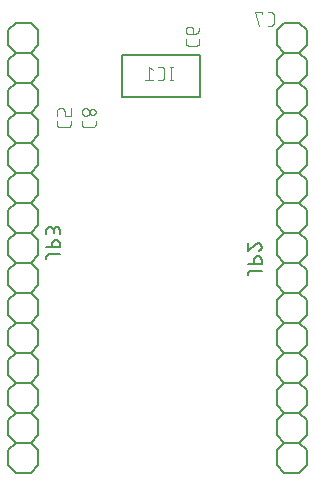
<source format=gbr>
G04 EAGLE Gerber X2 export*
%TF.Part,Single*%
%TF.FileFunction,Legend,Bot,1*%
%TF.FilePolarity,Positive*%
%TF.GenerationSoftware,Autodesk,EAGLE,9.6.2*%
%TF.CreationDate,2022-05-08T12:24:25Z*%
G75*
%MOMM*%
%FSLAX46Y46*%
%LPD*%
%INSilkscreen Bottom*%
%AMOC8*
5,1,8,0,0,1.08239X$1,22.5*%
G01*
%ADD10C,0.101600*%
%ADD11C,0.203200*%
%ADD12C,0.152400*%
%ADD13C,0.127000*%


D10*
X4688200Y33516259D02*
X4688200Y33256616D01*
X4688276Y33250342D01*
X4688503Y33244072D01*
X4688882Y33237809D01*
X4689412Y33231557D01*
X4690093Y33225319D01*
X4690925Y33219100D01*
X4691906Y33212903D01*
X4693037Y33206731D01*
X4694317Y33200589D01*
X4695745Y33194479D01*
X4697320Y33188406D01*
X4699041Y33182372D01*
X4700908Y33176382D01*
X4702919Y33170438D01*
X4705073Y33164545D01*
X4707368Y33158706D01*
X4709804Y33152923D01*
X4712380Y33147202D01*
X4715092Y33141544D01*
X4717941Y33135953D01*
X4720923Y33130433D01*
X4724039Y33124987D01*
X4727285Y33119617D01*
X4730660Y33114328D01*
X4734161Y33109121D01*
X4737788Y33104001D01*
X4741537Y33098970D01*
X4745406Y33094031D01*
X4749394Y33089187D01*
X4753498Y33084440D01*
X4757715Y33079794D01*
X4762043Y33075252D01*
X4766480Y33070815D01*
X4771022Y33066487D01*
X4775668Y33062270D01*
X4780415Y33058166D01*
X4785259Y33054178D01*
X4790198Y33050309D01*
X4795229Y33046560D01*
X4800349Y33042933D01*
X4805556Y33039432D01*
X4810845Y33036057D01*
X4816215Y33032811D01*
X4821661Y33029695D01*
X4827181Y33026713D01*
X4832772Y33023864D01*
X4838430Y33021152D01*
X4844151Y33018576D01*
X4849934Y33016140D01*
X4855773Y33013845D01*
X4861666Y33011691D01*
X4867610Y33009680D01*
X4873600Y33007813D01*
X4879634Y33006092D01*
X4885707Y33004517D01*
X4891817Y33003089D01*
X4897959Y33001809D01*
X4904131Y33000678D01*
X4910328Y32999697D01*
X4916547Y32998865D01*
X4922785Y32998184D01*
X4929037Y32997654D01*
X4935300Y32997275D01*
X4941570Y32997048D01*
X4947844Y32996972D01*
X5596953Y32996972D01*
X5603325Y32997050D01*
X5609693Y32997285D01*
X5616054Y32997676D01*
X5622403Y32998222D01*
X5628736Y32998925D01*
X5635051Y32999782D01*
X5641342Y33000795D01*
X5647607Y33001961D01*
X5653842Y33003281D01*
X5660042Y33004753D01*
X5666204Y33006377D01*
X5672324Y33008152D01*
X5678399Y33010077D01*
X5684425Y33012150D01*
X5690398Y33014370D01*
X5696315Y33016736D01*
X5702172Y33019247D01*
X5707966Y33021901D01*
X5713692Y33024696D01*
X5719349Y33027630D01*
X5724932Y33030703D01*
X5730437Y33033912D01*
X5735863Y33037255D01*
X5741204Y33040730D01*
X5746459Y33044335D01*
X5751624Y33048068D01*
X5756695Y33051926D01*
X5761670Y33055908D01*
X5766546Y33060011D01*
X5771320Y33064232D01*
X5775989Y33068569D01*
X5780550Y33073020D01*
X5785000Y33077581D01*
X5789338Y33082250D01*
X5793559Y33087023D01*
X5797662Y33091899D01*
X5801644Y33096875D01*
X5805502Y33101946D01*
X5809235Y33107111D01*
X5812841Y33112365D01*
X5816316Y33117707D01*
X5819659Y33123132D01*
X5822867Y33128638D01*
X5825940Y33134220D01*
X5828875Y33139877D01*
X5831670Y33145604D01*
X5834324Y33151397D01*
X5836835Y33157254D01*
X5839201Y33163171D01*
X5841421Y33169144D01*
X5843494Y33175170D01*
X5845419Y33181245D01*
X5847194Y33187365D01*
X5848818Y33193527D01*
X5850291Y33199727D01*
X5851610Y33205962D01*
X5852777Y33212227D01*
X5853789Y33218518D01*
X5854647Y33224833D01*
X5855349Y33231166D01*
X5855896Y33237515D01*
X5856287Y33243876D01*
X5856522Y33250244D01*
X5856600Y33256616D01*
X5856600Y33516259D01*
X4688200Y33952791D02*
X4688200Y34342256D01*
X4688276Y34348530D01*
X4688503Y34354800D01*
X4688882Y34361063D01*
X4689412Y34367315D01*
X4690093Y34373553D01*
X4690925Y34379772D01*
X4691906Y34385969D01*
X4693037Y34392141D01*
X4694317Y34398283D01*
X4695745Y34404393D01*
X4697320Y34410466D01*
X4699041Y34416500D01*
X4700908Y34422490D01*
X4702919Y34428434D01*
X4705073Y34434327D01*
X4707368Y34440166D01*
X4709804Y34445949D01*
X4712380Y34451670D01*
X4715092Y34457328D01*
X4717941Y34462919D01*
X4720923Y34468439D01*
X4724039Y34473885D01*
X4727285Y34479255D01*
X4730660Y34484544D01*
X4734161Y34489751D01*
X4737788Y34494871D01*
X4741537Y34499902D01*
X4745406Y34504841D01*
X4749394Y34509685D01*
X4753498Y34514432D01*
X4757715Y34519078D01*
X4762043Y34523620D01*
X4766480Y34528057D01*
X4771022Y34532385D01*
X4775668Y34536602D01*
X4780415Y34540706D01*
X4785259Y34544694D01*
X4790198Y34548563D01*
X4795229Y34552312D01*
X4800349Y34555939D01*
X4805556Y34559440D01*
X4810845Y34562815D01*
X4816215Y34566061D01*
X4821661Y34569177D01*
X4827181Y34572159D01*
X4832772Y34575008D01*
X4838430Y34577720D01*
X4844151Y34580296D01*
X4849934Y34582732D01*
X4855773Y34585027D01*
X4861666Y34587181D01*
X4867610Y34589192D01*
X4873600Y34591059D01*
X4879634Y34592780D01*
X4885707Y34594355D01*
X4891817Y34595783D01*
X4897959Y34597063D01*
X4904131Y34598194D01*
X4910328Y34599175D01*
X4916547Y34600007D01*
X4922785Y34600688D01*
X4929037Y34601218D01*
X4935300Y34601597D01*
X4941570Y34601824D01*
X4947844Y34601900D01*
X5077666Y34601900D01*
X5083940Y34601824D01*
X5090210Y34601597D01*
X5096473Y34601218D01*
X5102725Y34600688D01*
X5108963Y34600007D01*
X5115182Y34599175D01*
X5121379Y34598194D01*
X5127551Y34597063D01*
X5133693Y34595783D01*
X5139803Y34594355D01*
X5145876Y34592780D01*
X5151910Y34591059D01*
X5157900Y34589192D01*
X5163844Y34587181D01*
X5169737Y34585027D01*
X5175576Y34582732D01*
X5181359Y34580296D01*
X5187080Y34577720D01*
X5192738Y34575008D01*
X5198329Y34572159D01*
X5203849Y34569177D01*
X5209295Y34566061D01*
X5214665Y34562815D01*
X5219954Y34559440D01*
X5225161Y34555939D01*
X5230281Y34552312D01*
X5235312Y34548563D01*
X5240251Y34544694D01*
X5245095Y34540706D01*
X5249842Y34536602D01*
X5254488Y34532385D01*
X5259030Y34528057D01*
X5263467Y34523620D01*
X5267795Y34519078D01*
X5272012Y34514432D01*
X5276116Y34509685D01*
X5280104Y34504841D01*
X5283973Y34499902D01*
X5287722Y34494871D01*
X5291349Y34489751D01*
X5294850Y34484544D01*
X5298225Y34479255D01*
X5301471Y34473885D01*
X5304587Y34468439D01*
X5307569Y34462919D01*
X5310418Y34457328D01*
X5313130Y34451670D01*
X5315706Y34445949D01*
X5318142Y34440166D01*
X5320437Y34434327D01*
X5322591Y34428434D01*
X5324602Y34422490D01*
X5326469Y34416500D01*
X5328190Y34410466D01*
X5329765Y34404393D01*
X5331193Y34398283D01*
X5332473Y34392141D01*
X5333604Y34385969D01*
X5334585Y34379772D01*
X5335417Y34373553D01*
X5336098Y34367315D01*
X5336628Y34361063D01*
X5337007Y34354800D01*
X5337234Y34348530D01*
X5337310Y34342256D01*
X5337309Y34342256D02*
X5337309Y33952791D01*
X5856600Y33952791D01*
X5856600Y34601900D01*
X15578200Y40166616D02*
X15578200Y40426259D01*
X15578200Y40166616D02*
X15578276Y40160342D01*
X15578503Y40154072D01*
X15578882Y40147809D01*
X15579412Y40141557D01*
X15580093Y40135319D01*
X15580925Y40129100D01*
X15581906Y40122903D01*
X15583037Y40116731D01*
X15584317Y40110589D01*
X15585745Y40104479D01*
X15587320Y40098406D01*
X15589041Y40092372D01*
X15590908Y40086382D01*
X15592919Y40080438D01*
X15595073Y40074545D01*
X15597368Y40068706D01*
X15599804Y40062923D01*
X15602380Y40057202D01*
X15605092Y40051544D01*
X15607941Y40045953D01*
X15610923Y40040433D01*
X15614039Y40034987D01*
X15617285Y40029617D01*
X15620660Y40024328D01*
X15624161Y40019121D01*
X15627788Y40014001D01*
X15631537Y40008970D01*
X15635406Y40004031D01*
X15639394Y39999187D01*
X15643498Y39994440D01*
X15647715Y39989794D01*
X15652043Y39985252D01*
X15656480Y39980815D01*
X15661022Y39976487D01*
X15665668Y39972270D01*
X15670415Y39968166D01*
X15675259Y39964178D01*
X15680198Y39960309D01*
X15685229Y39956560D01*
X15690349Y39952933D01*
X15695556Y39949432D01*
X15700845Y39946057D01*
X15706215Y39942811D01*
X15711661Y39939695D01*
X15717181Y39936713D01*
X15722772Y39933864D01*
X15728430Y39931152D01*
X15734151Y39928576D01*
X15739934Y39926140D01*
X15745773Y39923845D01*
X15751666Y39921691D01*
X15757610Y39919680D01*
X15763600Y39917813D01*
X15769634Y39916092D01*
X15775707Y39914517D01*
X15781817Y39913089D01*
X15787959Y39911809D01*
X15794131Y39910678D01*
X15800328Y39909697D01*
X15806547Y39908865D01*
X15812785Y39908184D01*
X15819037Y39907654D01*
X15825300Y39907275D01*
X15831570Y39907048D01*
X15837844Y39906972D01*
X16486953Y39906972D01*
X16493325Y39907050D01*
X16499693Y39907285D01*
X16506054Y39907676D01*
X16512403Y39908222D01*
X16518736Y39908925D01*
X16525051Y39909782D01*
X16531342Y39910795D01*
X16537607Y39911961D01*
X16543842Y39913281D01*
X16550042Y39914753D01*
X16556204Y39916377D01*
X16562324Y39918152D01*
X16568399Y39920077D01*
X16574425Y39922150D01*
X16580398Y39924370D01*
X16586315Y39926736D01*
X16592172Y39929247D01*
X16597966Y39931901D01*
X16603692Y39934696D01*
X16609349Y39937630D01*
X16614932Y39940703D01*
X16620437Y39943912D01*
X16625863Y39947255D01*
X16631204Y39950730D01*
X16636459Y39954335D01*
X16641624Y39958068D01*
X16646695Y39961926D01*
X16651670Y39965908D01*
X16656546Y39970011D01*
X16661320Y39974232D01*
X16665989Y39978569D01*
X16670550Y39983020D01*
X16675000Y39987581D01*
X16679338Y39992250D01*
X16683559Y39997023D01*
X16687662Y40001899D01*
X16691644Y40006875D01*
X16695502Y40011946D01*
X16699235Y40017111D01*
X16702841Y40022365D01*
X16706316Y40027707D01*
X16709659Y40033132D01*
X16712867Y40038638D01*
X16715940Y40044220D01*
X16718875Y40049877D01*
X16721670Y40055604D01*
X16724324Y40061397D01*
X16726835Y40067254D01*
X16729201Y40073171D01*
X16731421Y40079144D01*
X16733494Y40085170D01*
X16735419Y40091245D01*
X16737194Y40097365D01*
X16738818Y40103527D01*
X16740291Y40109727D01*
X16741610Y40115962D01*
X16742777Y40122227D01*
X16743789Y40128518D01*
X16744647Y40134833D01*
X16745349Y40141166D01*
X16745896Y40147515D01*
X16746287Y40153876D01*
X16746522Y40160244D01*
X16746600Y40166616D01*
X16746600Y40426259D01*
X16227309Y40862791D02*
X16227309Y41252256D01*
X16227310Y41252256D02*
X16227234Y41258530D01*
X16227007Y41264800D01*
X16226628Y41271063D01*
X16226098Y41277315D01*
X16225417Y41283553D01*
X16224585Y41289772D01*
X16223604Y41295969D01*
X16222473Y41302141D01*
X16221193Y41308283D01*
X16219765Y41314393D01*
X16218190Y41320466D01*
X16216469Y41326500D01*
X16214602Y41332490D01*
X16212591Y41338434D01*
X16210437Y41344327D01*
X16208142Y41350166D01*
X16205706Y41355949D01*
X16203130Y41361670D01*
X16200418Y41367328D01*
X16197569Y41372919D01*
X16194587Y41378439D01*
X16191471Y41383885D01*
X16188225Y41389255D01*
X16184850Y41394544D01*
X16181349Y41399751D01*
X16177722Y41404871D01*
X16173973Y41409902D01*
X16170104Y41414841D01*
X16166116Y41419685D01*
X16162012Y41424432D01*
X16157795Y41429078D01*
X16153467Y41433620D01*
X16149030Y41438057D01*
X16144488Y41442385D01*
X16139842Y41446602D01*
X16135095Y41450706D01*
X16130251Y41454694D01*
X16125312Y41458563D01*
X16120281Y41462312D01*
X16115161Y41465939D01*
X16109954Y41469440D01*
X16104665Y41472815D01*
X16099295Y41476061D01*
X16093849Y41479177D01*
X16088329Y41482159D01*
X16082738Y41485008D01*
X16077080Y41487720D01*
X16071359Y41490296D01*
X16065576Y41492732D01*
X16059737Y41495027D01*
X16053844Y41497181D01*
X16047900Y41499192D01*
X16041910Y41501059D01*
X16035876Y41502780D01*
X16029803Y41504355D01*
X16023693Y41505783D01*
X16017551Y41507063D01*
X16011379Y41508194D01*
X16005182Y41509175D01*
X15998963Y41510007D01*
X15992725Y41510688D01*
X15986473Y41511218D01*
X15980210Y41511597D01*
X15973940Y41511824D01*
X15967666Y41511900D01*
X15902753Y41511900D01*
X15894850Y41511804D01*
X15886951Y41511515D01*
X15879062Y41511034D01*
X15871187Y41510361D01*
X15863330Y41509497D01*
X15855497Y41508441D01*
X15847692Y41507195D01*
X15839920Y41505760D01*
X15832185Y41504135D01*
X15824491Y41502323D01*
X15816845Y41500324D01*
X15809249Y41498139D01*
X15801708Y41495770D01*
X15794228Y41493218D01*
X15786812Y41490485D01*
X15779464Y41487571D01*
X15772190Y41484480D01*
X15764993Y41481213D01*
X15757878Y41477771D01*
X15750849Y41474157D01*
X15743910Y41470373D01*
X15737065Y41466421D01*
X15730318Y41462304D01*
X15723673Y41458023D01*
X15717135Y41453582D01*
X15710707Y41448983D01*
X15704393Y41444229D01*
X15698196Y41439322D01*
X15692121Y41434267D01*
X15686171Y41429064D01*
X15680349Y41423719D01*
X15674659Y41418233D01*
X15669104Y41412610D01*
X15663688Y41406854D01*
X15658413Y41400967D01*
X15653284Y41394954D01*
X15648302Y41388817D01*
X15643472Y41382561D01*
X15638795Y41376190D01*
X15634275Y41369706D01*
X15629914Y41363114D01*
X15625714Y41356418D01*
X15621679Y41349622D01*
X15617811Y41342729D01*
X15614112Y41335745D01*
X15610584Y41328672D01*
X15607229Y41321515D01*
X15604049Y41314279D01*
X15601047Y41306968D01*
X15598223Y41299586D01*
X15595580Y41292137D01*
X15593120Y41284626D01*
X15590842Y41277057D01*
X15588750Y41269435D01*
X15586844Y41261764D01*
X15585126Y41254050D01*
X15583596Y41246295D01*
X15582255Y41238506D01*
X15581104Y41230686D01*
X15580144Y41222841D01*
X15579375Y41214975D01*
X15578798Y41207092D01*
X15578414Y41199197D01*
X15578221Y41191296D01*
X15578221Y41183392D01*
X15578414Y41175491D01*
X15578798Y41167596D01*
X15579375Y41159713D01*
X15580144Y41151847D01*
X15581104Y41144002D01*
X15582255Y41136182D01*
X15583596Y41128393D01*
X15585126Y41120638D01*
X15586844Y41112924D01*
X15588750Y41105253D01*
X15590842Y41097631D01*
X15593120Y41090062D01*
X15595580Y41082551D01*
X15598223Y41075102D01*
X15601047Y41067720D01*
X15604049Y41060409D01*
X15607229Y41053173D01*
X15610584Y41046016D01*
X15614112Y41038943D01*
X15617811Y41031959D01*
X15621679Y41025066D01*
X15625714Y41018270D01*
X15629914Y41011574D01*
X15634275Y41004982D01*
X15638795Y40998498D01*
X15643472Y40992127D01*
X15648302Y40985871D01*
X15653284Y40979734D01*
X15658413Y40973721D01*
X15663688Y40967834D01*
X15669104Y40962078D01*
X15674659Y40956455D01*
X15680349Y40950969D01*
X15686171Y40945624D01*
X15692121Y40940421D01*
X15698196Y40935366D01*
X15704393Y40930459D01*
X15710707Y40925705D01*
X15717135Y40921106D01*
X15723673Y40916665D01*
X15730318Y40912384D01*
X15737065Y40908267D01*
X15743910Y40904315D01*
X15750849Y40900531D01*
X15757878Y40896917D01*
X15764993Y40893475D01*
X15772190Y40890208D01*
X15779464Y40887117D01*
X15786812Y40884203D01*
X15794228Y40881470D01*
X15801708Y40878918D01*
X15809249Y40876549D01*
X15816845Y40874364D01*
X15824491Y40872365D01*
X15832185Y40870553D01*
X15839920Y40868928D01*
X15847692Y40867493D01*
X15855497Y40866247D01*
X15863330Y40865191D01*
X15871187Y40864327D01*
X15879062Y40863654D01*
X15886951Y40863173D01*
X15894850Y40862884D01*
X15902753Y40862788D01*
X15902753Y40862791D02*
X16227309Y40862791D01*
X16227309Y40862790D02*
X16240053Y40862946D01*
X16252789Y40863416D01*
X16265510Y40864197D01*
X16278208Y40865291D01*
X16290876Y40866695D01*
X16303505Y40868410D01*
X16316088Y40870435D01*
X16328617Y40872768D01*
X16341086Y40875408D01*
X16353486Y40878352D01*
X16365810Y40881601D01*
X16378051Y40885150D01*
X16390201Y40888999D01*
X16402252Y40893145D01*
X16414199Y40897586D01*
X16426032Y40902318D01*
X16437746Y40907340D01*
X16449334Y40912647D01*
X16460787Y40918237D01*
X16472100Y40924107D01*
X16483266Y40930252D01*
X16494277Y40936670D01*
X16505128Y40943356D01*
X16515811Y40950306D01*
X16526320Y40957516D01*
X16536649Y40964982D01*
X16546792Y40972699D01*
X16556743Y40980663D01*
X16566495Y40988868D01*
X16576042Y40997311D01*
X16585380Y41005985D01*
X16594502Y41014886D01*
X16603403Y41024008D01*
X16612077Y41033345D01*
X16620520Y41042893D01*
X16628725Y41052645D01*
X16636689Y41062595D01*
X16644406Y41072738D01*
X16651872Y41083067D01*
X16659083Y41093577D01*
X16666033Y41104260D01*
X16672719Y41115110D01*
X16679136Y41126122D01*
X16685282Y41137287D01*
X16691151Y41148600D01*
X16696742Y41160053D01*
X16702049Y41171641D01*
X16707070Y41183355D01*
X16711803Y41195189D01*
X16716244Y41207135D01*
X16720390Y41219187D01*
X16724239Y41231336D01*
X16727789Y41243577D01*
X16731037Y41255901D01*
X16733982Y41268301D01*
X16736621Y41280770D01*
X16738954Y41293299D01*
X16740979Y41305882D01*
X16742694Y41318511D01*
X16744099Y41331179D01*
X16745193Y41343877D01*
X16745974Y41356598D01*
X16746444Y41369334D01*
X16746600Y41382078D01*
X22523841Y41563500D02*
X22783484Y41563500D01*
X22789758Y41563576D01*
X22796028Y41563803D01*
X22802291Y41564182D01*
X22808543Y41564712D01*
X22814781Y41565393D01*
X22821000Y41566225D01*
X22827197Y41567206D01*
X22833369Y41568337D01*
X22839511Y41569617D01*
X22845621Y41571045D01*
X22851694Y41572620D01*
X22857728Y41574341D01*
X22863718Y41576208D01*
X22869662Y41578219D01*
X22875555Y41580373D01*
X22881394Y41582668D01*
X22887177Y41585104D01*
X22892898Y41587680D01*
X22898556Y41590392D01*
X22904147Y41593241D01*
X22909667Y41596223D01*
X22915113Y41599339D01*
X22920483Y41602585D01*
X22925772Y41605960D01*
X22930979Y41609461D01*
X22936099Y41613088D01*
X22941130Y41616837D01*
X22946069Y41620706D01*
X22950913Y41624694D01*
X22955660Y41628798D01*
X22960306Y41633015D01*
X22964848Y41637343D01*
X22969285Y41641780D01*
X22973613Y41646322D01*
X22977830Y41650968D01*
X22981934Y41655715D01*
X22985922Y41660559D01*
X22989791Y41665498D01*
X22993540Y41670529D01*
X22997167Y41675649D01*
X23000668Y41680856D01*
X23004043Y41686145D01*
X23007289Y41691515D01*
X23010405Y41696961D01*
X23013387Y41702481D01*
X23016236Y41708072D01*
X23018948Y41713730D01*
X23021524Y41719451D01*
X23023960Y41725234D01*
X23026255Y41731073D01*
X23028409Y41736966D01*
X23030420Y41742910D01*
X23032287Y41748900D01*
X23034008Y41754934D01*
X23035583Y41761007D01*
X23037011Y41767117D01*
X23038291Y41773259D01*
X23039422Y41779431D01*
X23040403Y41785628D01*
X23041235Y41791847D01*
X23041916Y41798085D01*
X23042446Y41804337D01*
X23042825Y41810600D01*
X23043052Y41816870D01*
X23043128Y41823144D01*
X23043128Y42472253D01*
X23043052Y42478527D01*
X23042825Y42484797D01*
X23042446Y42491060D01*
X23041916Y42497312D01*
X23041235Y42503550D01*
X23040403Y42509769D01*
X23039422Y42515966D01*
X23038291Y42522138D01*
X23037011Y42528280D01*
X23035583Y42534390D01*
X23034008Y42540463D01*
X23032287Y42546497D01*
X23030420Y42552487D01*
X23028409Y42558431D01*
X23026255Y42564324D01*
X23023960Y42570163D01*
X23021524Y42575946D01*
X23018948Y42581667D01*
X23016236Y42587325D01*
X23013387Y42592916D01*
X23010405Y42598436D01*
X23007289Y42603882D01*
X23004043Y42609252D01*
X23000668Y42614541D01*
X22997167Y42619748D01*
X22993540Y42624868D01*
X22989791Y42629899D01*
X22985922Y42634838D01*
X22981934Y42639682D01*
X22977830Y42644429D01*
X22973613Y42649075D01*
X22969285Y42653617D01*
X22964848Y42658054D01*
X22960306Y42662382D01*
X22955660Y42666599D01*
X22950913Y42670703D01*
X22946069Y42674691D01*
X22941130Y42678560D01*
X22936099Y42682309D01*
X22930979Y42685936D01*
X22925772Y42689437D01*
X22920483Y42692812D01*
X22915113Y42696058D01*
X22909667Y42699174D01*
X22904147Y42702156D01*
X22898556Y42705005D01*
X22892898Y42707717D01*
X22887177Y42710293D01*
X22881394Y42712729D01*
X22875555Y42715024D01*
X22869662Y42717178D01*
X22863718Y42719189D01*
X22857728Y42721056D01*
X22851694Y42722777D01*
X22845621Y42724352D01*
X22839511Y42725780D01*
X22833369Y42727060D01*
X22827197Y42728191D01*
X22821000Y42729172D01*
X22814781Y42730004D01*
X22808543Y42730685D01*
X22802291Y42731215D01*
X22796028Y42731594D01*
X22789758Y42731821D01*
X22783484Y42731897D01*
X22783484Y42731900D02*
X22523841Y42731900D01*
X22087309Y42731900D02*
X22087309Y42602075D01*
X22087309Y42731900D02*
X21438200Y42731900D01*
X21762756Y41563500D01*
X6798200Y33516259D02*
X6798200Y33256616D01*
X6798276Y33250342D01*
X6798503Y33244072D01*
X6798882Y33237809D01*
X6799412Y33231557D01*
X6800093Y33225319D01*
X6800925Y33219100D01*
X6801906Y33212903D01*
X6803037Y33206731D01*
X6804317Y33200589D01*
X6805745Y33194479D01*
X6807320Y33188406D01*
X6809041Y33182372D01*
X6810908Y33176382D01*
X6812919Y33170438D01*
X6815073Y33164545D01*
X6817368Y33158706D01*
X6819804Y33152923D01*
X6822380Y33147202D01*
X6825092Y33141544D01*
X6827941Y33135953D01*
X6830923Y33130433D01*
X6834039Y33124987D01*
X6837285Y33119617D01*
X6840660Y33114328D01*
X6844161Y33109121D01*
X6847788Y33104001D01*
X6851537Y33098970D01*
X6855406Y33094031D01*
X6859394Y33089187D01*
X6863498Y33084440D01*
X6867715Y33079794D01*
X6872043Y33075252D01*
X6876480Y33070815D01*
X6881022Y33066487D01*
X6885668Y33062270D01*
X6890415Y33058166D01*
X6895259Y33054178D01*
X6900198Y33050309D01*
X6905229Y33046560D01*
X6910349Y33042933D01*
X6915556Y33039432D01*
X6920845Y33036057D01*
X6926215Y33032811D01*
X6931661Y33029695D01*
X6937181Y33026713D01*
X6942772Y33023864D01*
X6948430Y33021152D01*
X6954151Y33018576D01*
X6959934Y33016140D01*
X6965773Y33013845D01*
X6971666Y33011691D01*
X6977610Y33009680D01*
X6983600Y33007813D01*
X6989634Y33006092D01*
X6995707Y33004517D01*
X7001817Y33003089D01*
X7007959Y33001809D01*
X7014131Y33000678D01*
X7020328Y32999697D01*
X7026547Y32998865D01*
X7032785Y32998184D01*
X7039037Y32997654D01*
X7045300Y32997275D01*
X7051570Y32997048D01*
X7057844Y32996972D01*
X7706953Y32996972D01*
X7713325Y32997050D01*
X7719693Y32997285D01*
X7726054Y32997676D01*
X7732403Y32998222D01*
X7738736Y32998925D01*
X7745051Y32999782D01*
X7751342Y33000795D01*
X7757607Y33001961D01*
X7763842Y33003281D01*
X7770042Y33004753D01*
X7776204Y33006377D01*
X7782324Y33008152D01*
X7788399Y33010077D01*
X7794425Y33012150D01*
X7800398Y33014370D01*
X7806315Y33016736D01*
X7812172Y33019247D01*
X7817966Y33021901D01*
X7823692Y33024696D01*
X7829349Y33027630D01*
X7834932Y33030703D01*
X7840437Y33033912D01*
X7845863Y33037255D01*
X7851204Y33040730D01*
X7856459Y33044335D01*
X7861624Y33048068D01*
X7866695Y33051926D01*
X7871670Y33055908D01*
X7876546Y33060011D01*
X7881320Y33064232D01*
X7885989Y33068569D01*
X7890550Y33073020D01*
X7895000Y33077581D01*
X7899338Y33082250D01*
X7903559Y33087023D01*
X7907662Y33091899D01*
X7911644Y33096875D01*
X7915502Y33101946D01*
X7919235Y33107111D01*
X7922841Y33112365D01*
X7926316Y33117707D01*
X7929659Y33123132D01*
X7932867Y33128638D01*
X7935940Y33134220D01*
X7938875Y33139877D01*
X7941670Y33145604D01*
X7944324Y33151397D01*
X7946835Y33157254D01*
X7949201Y33163171D01*
X7951421Y33169144D01*
X7953494Y33175170D01*
X7955419Y33181245D01*
X7957194Y33187365D01*
X7958818Y33193527D01*
X7960291Y33199727D01*
X7961610Y33205962D01*
X7962777Y33212227D01*
X7963789Y33218518D01*
X7964647Y33224833D01*
X7965349Y33231166D01*
X7965896Y33237515D01*
X7966287Y33243876D01*
X7966522Y33250244D01*
X7966600Y33256616D01*
X7966600Y33516259D01*
X7122753Y33952791D02*
X7130656Y33952887D01*
X7138555Y33953176D01*
X7146444Y33953657D01*
X7154319Y33954330D01*
X7162175Y33955194D01*
X7170008Y33956250D01*
X7177813Y33957496D01*
X7185586Y33958931D01*
X7193321Y33960556D01*
X7201014Y33962368D01*
X7208661Y33964367D01*
X7216256Y33966552D01*
X7223797Y33968921D01*
X7231277Y33971473D01*
X7238693Y33974206D01*
X7246041Y33977119D01*
X7253315Y33980211D01*
X7260512Y33983478D01*
X7267627Y33986920D01*
X7274656Y33990534D01*
X7281595Y33994318D01*
X7288440Y33998270D01*
X7295187Y34002387D01*
X7301831Y34006668D01*
X7308369Y34011108D01*
X7314797Y34015707D01*
X7321111Y34020461D01*
X7327308Y34025368D01*
X7333383Y34030424D01*
X7339333Y34035626D01*
X7345155Y34040972D01*
X7350845Y34046457D01*
X7356400Y34052080D01*
X7361816Y34057836D01*
X7367090Y34063723D01*
X7372220Y34069736D01*
X7377201Y34075873D01*
X7382032Y34082128D01*
X7386709Y34088500D01*
X7391229Y34094984D01*
X7395590Y34101575D01*
X7399789Y34108271D01*
X7403824Y34115068D01*
X7407692Y34121960D01*
X7411392Y34128945D01*
X7414920Y34136017D01*
X7418275Y34143174D01*
X7421454Y34150410D01*
X7424457Y34157721D01*
X7427280Y34165103D01*
X7429923Y34172552D01*
X7432384Y34180063D01*
X7434661Y34187632D01*
X7436753Y34195254D01*
X7438659Y34202924D01*
X7440377Y34210639D01*
X7441907Y34218393D01*
X7443248Y34226182D01*
X7444399Y34234002D01*
X7445359Y34241847D01*
X7446128Y34249714D01*
X7446705Y34257596D01*
X7447089Y34265491D01*
X7447282Y34273392D01*
X7447282Y34281296D01*
X7447089Y34289197D01*
X7446705Y34297092D01*
X7446128Y34304974D01*
X7445359Y34312841D01*
X7444399Y34320686D01*
X7443248Y34328506D01*
X7441907Y34336295D01*
X7440377Y34344049D01*
X7438659Y34351764D01*
X7436753Y34359434D01*
X7434661Y34367056D01*
X7432384Y34374625D01*
X7429923Y34382136D01*
X7427280Y34389585D01*
X7424457Y34396967D01*
X7421454Y34404278D01*
X7418275Y34411514D01*
X7414920Y34418671D01*
X7411392Y34425743D01*
X7407692Y34432728D01*
X7403824Y34439621D01*
X7399789Y34446417D01*
X7395590Y34453113D01*
X7391229Y34459704D01*
X7386709Y34466188D01*
X7382032Y34472560D01*
X7377201Y34478815D01*
X7372220Y34484952D01*
X7367090Y34490965D01*
X7361816Y34496852D01*
X7356400Y34502608D01*
X7350845Y34508231D01*
X7345155Y34513716D01*
X7339333Y34519062D01*
X7333383Y34524264D01*
X7327308Y34529320D01*
X7321111Y34534227D01*
X7314797Y34538981D01*
X7308369Y34543580D01*
X7301831Y34548020D01*
X7295187Y34552301D01*
X7288440Y34556418D01*
X7281595Y34560370D01*
X7274656Y34564154D01*
X7267627Y34567768D01*
X7260512Y34571210D01*
X7253315Y34574477D01*
X7246041Y34577569D01*
X7238693Y34580482D01*
X7231277Y34583215D01*
X7223797Y34585767D01*
X7216256Y34588136D01*
X7208661Y34590321D01*
X7201014Y34592320D01*
X7193321Y34594132D01*
X7185586Y34595757D01*
X7177813Y34597192D01*
X7170008Y34598438D01*
X7162175Y34599494D01*
X7154319Y34600358D01*
X7146444Y34601031D01*
X7138555Y34601512D01*
X7130656Y34601801D01*
X7122753Y34601897D01*
X7122753Y34601900D02*
X7114850Y34601804D01*
X7106951Y34601515D01*
X7099062Y34601034D01*
X7091187Y34600361D01*
X7083330Y34599497D01*
X7075497Y34598441D01*
X7067692Y34597195D01*
X7059920Y34595760D01*
X7052185Y34594135D01*
X7044491Y34592323D01*
X7036845Y34590324D01*
X7029249Y34588139D01*
X7021708Y34585770D01*
X7014228Y34583218D01*
X7006812Y34580485D01*
X6999464Y34577571D01*
X6992190Y34574480D01*
X6984993Y34571213D01*
X6977878Y34567771D01*
X6970849Y34564157D01*
X6963910Y34560373D01*
X6957065Y34556421D01*
X6950318Y34552304D01*
X6943673Y34548023D01*
X6937135Y34543582D01*
X6930707Y34538983D01*
X6924393Y34534229D01*
X6918196Y34529322D01*
X6912121Y34524267D01*
X6906171Y34519064D01*
X6900349Y34513719D01*
X6894659Y34508233D01*
X6889104Y34502610D01*
X6883688Y34496854D01*
X6878413Y34490967D01*
X6873284Y34484954D01*
X6868302Y34478817D01*
X6863472Y34472561D01*
X6858795Y34466190D01*
X6854275Y34459706D01*
X6849914Y34453114D01*
X6845714Y34446418D01*
X6841679Y34439622D01*
X6837811Y34432729D01*
X6834112Y34425745D01*
X6830584Y34418672D01*
X6827229Y34411515D01*
X6824049Y34404279D01*
X6821047Y34396968D01*
X6818223Y34389586D01*
X6815580Y34382137D01*
X6813120Y34374626D01*
X6810842Y34367057D01*
X6808750Y34359435D01*
X6806844Y34351764D01*
X6805126Y34344050D01*
X6803596Y34336295D01*
X6802255Y34328506D01*
X6801104Y34320686D01*
X6800144Y34312841D01*
X6799375Y34304975D01*
X6798798Y34297092D01*
X6798414Y34289197D01*
X6798221Y34281296D01*
X6798221Y34273392D01*
X6798414Y34265491D01*
X6798798Y34257596D01*
X6799375Y34249713D01*
X6800144Y34241847D01*
X6801104Y34234002D01*
X6802255Y34226182D01*
X6803596Y34218393D01*
X6805126Y34210638D01*
X6806844Y34202924D01*
X6808750Y34195253D01*
X6810842Y34187631D01*
X6813120Y34180062D01*
X6815580Y34172551D01*
X6818223Y34165102D01*
X6821047Y34157720D01*
X6824049Y34150409D01*
X6827229Y34143173D01*
X6830584Y34136016D01*
X6834112Y34128943D01*
X6837811Y34121959D01*
X6841679Y34115066D01*
X6845714Y34108270D01*
X6849914Y34101574D01*
X6854275Y34094982D01*
X6858795Y34088498D01*
X6863472Y34082127D01*
X6868302Y34075871D01*
X6873284Y34069734D01*
X6878413Y34063721D01*
X6883688Y34057834D01*
X6889104Y34052078D01*
X6894659Y34046455D01*
X6900349Y34040969D01*
X6906171Y34035624D01*
X6912121Y34030421D01*
X6918196Y34025366D01*
X6924393Y34020459D01*
X6930707Y34015705D01*
X6937135Y34011106D01*
X6943673Y34006665D01*
X6950318Y34002384D01*
X6957065Y33998267D01*
X6963910Y33994315D01*
X6970849Y33990531D01*
X6977878Y33986917D01*
X6984993Y33983475D01*
X6992190Y33980208D01*
X6999464Y33977117D01*
X7006812Y33974203D01*
X7014228Y33971470D01*
X7021708Y33968918D01*
X7029249Y33966549D01*
X7036845Y33964364D01*
X7044491Y33962365D01*
X7052185Y33960553D01*
X7059920Y33958928D01*
X7067692Y33957493D01*
X7075497Y33956247D01*
X7083330Y33955191D01*
X7091187Y33954327D01*
X7099062Y33953654D01*
X7106951Y33953173D01*
X7114850Y33952884D01*
X7122753Y33952788D01*
X7706953Y34017700D02*
X7713276Y34017777D01*
X7719594Y34018008D01*
X7725906Y34018393D01*
X7732206Y34018931D01*
X7738491Y34019623D01*
X7744757Y34020467D01*
X7751001Y34021464D01*
X7757219Y34022612D01*
X7763407Y34023912D01*
X7769562Y34025362D01*
X7775679Y34026961D01*
X7781756Y34028709D01*
X7787789Y34030604D01*
X7793773Y34032646D01*
X7799706Y34034832D01*
X7805584Y34037163D01*
X7811403Y34039636D01*
X7817161Y34042250D01*
X7822853Y34045003D01*
X7828476Y34047894D01*
X7834027Y34050922D01*
X7839503Y34054083D01*
X7844901Y34057377D01*
X7850216Y34060801D01*
X7855447Y34064354D01*
X7860589Y34068033D01*
X7865641Y34071837D01*
X7870598Y34075762D01*
X7875458Y34079807D01*
X7880218Y34083968D01*
X7884876Y34088245D01*
X7889428Y34092634D01*
X7893872Y34097132D01*
X7898205Y34101737D01*
X7902424Y34106446D01*
X7906528Y34111257D01*
X7910513Y34116166D01*
X7914377Y34121171D01*
X7918119Y34126268D01*
X7921735Y34131455D01*
X7925224Y34136728D01*
X7928583Y34142085D01*
X7931811Y34147522D01*
X7934906Y34153036D01*
X7937865Y34158624D01*
X7940688Y34164282D01*
X7943372Y34170007D01*
X7945915Y34175796D01*
X7948317Y34181645D01*
X7950576Y34187551D01*
X7952690Y34193510D01*
X7954659Y34199519D01*
X7956481Y34205574D01*
X7958154Y34211671D01*
X7959679Y34217808D01*
X7961054Y34223980D01*
X7962278Y34230183D01*
X7963351Y34236414D01*
X7964271Y34242670D01*
X7965039Y34248946D01*
X7965654Y34255240D01*
X7966116Y34261546D01*
X7966424Y34267861D01*
X7966578Y34274182D01*
X7966578Y34280506D01*
X7966424Y34286827D01*
X7966116Y34293142D01*
X7965654Y34299448D01*
X7965039Y34305742D01*
X7964271Y34312018D01*
X7963351Y34318274D01*
X7962278Y34324505D01*
X7961054Y34330708D01*
X7959679Y34336880D01*
X7958154Y34343017D01*
X7956481Y34349114D01*
X7954659Y34355169D01*
X7952690Y34361178D01*
X7950576Y34367137D01*
X7948317Y34373043D01*
X7945915Y34378892D01*
X7943372Y34384681D01*
X7940688Y34390406D01*
X7937865Y34396064D01*
X7934906Y34401652D01*
X7931811Y34407166D01*
X7928583Y34412603D01*
X7925224Y34417960D01*
X7921735Y34423233D01*
X7918119Y34428420D01*
X7914377Y34433517D01*
X7910513Y34438522D01*
X7906528Y34443431D01*
X7902424Y34448242D01*
X7898205Y34452951D01*
X7893872Y34457556D01*
X7889428Y34462054D01*
X7884876Y34466443D01*
X7880218Y34470720D01*
X7875458Y34474881D01*
X7870598Y34478926D01*
X7865641Y34482851D01*
X7860589Y34486655D01*
X7855447Y34490334D01*
X7850216Y34493887D01*
X7844901Y34497311D01*
X7839503Y34500605D01*
X7834027Y34503766D01*
X7828476Y34506794D01*
X7822853Y34509685D01*
X7817161Y34512438D01*
X7811403Y34515052D01*
X7805584Y34517525D01*
X7799706Y34519856D01*
X7793773Y34522042D01*
X7787789Y34524084D01*
X7781756Y34525979D01*
X7775679Y34527727D01*
X7769562Y34529326D01*
X7763407Y34530776D01*
X7757219Y34532076D01*
X7751001Y34533224D01*
X7744757Y34534221D01*
X7738491Y34535065D01*
X7732206Y34535757D01*
X7725906Y34536295D01*
X7719594Y34536680D01*
X7713276Y34536911D01*
X7706953Y34536988D01*
X7706953Y34536991D02*
X7700630Y34536914D01*
X7694311Y34536683D01*
X7688000Y34536298D01*
X7681700Y34535760D01*
X7675415Y34535068D01*
X7669148Y34534224D01*
X7662904Y34533227D01*
X7656686Y34532079D01*
X7650498Y34530779D01*
X7644343Y34529329D01*
X7638226Y34527730D01*
X7632149Y34525982D01*
X7626117Y34524087D01*
X7620132Y34522045D01*
X7614199Y34519858D01*
X7608321Y34517528D01*
X7602502Y34515055D01*
X7596744Y34512441D01*
X7591052Y34509688D01*
X7585428Y34506796D01*
X7579877Y34503769D01*
X7574401Y34500607D01*
X7569004Y34497313D01*
X7563688Y34493889D01*
X7558458Y34490336D01*
X7553315Y34486657D01*
X7548264Y34482854D01*
X7543306Y34478928D01*
X7538446Y34474884D01*
X7533686Y34470722D01*
X7529028Y34466445D01*
X7524476Y34462057D01*
X7520032Y34457558D01*
X7515699Y34452953D01*
X7511480Y34448244D01*
X7507376Y34443433D01*
X7503391Y34438524D01*
X7499526Y34433519D01*
X7495785Y34428422D01*
X7492168Y34423235D01*
X7488680Y34417961D01*
X7485320Y34412605D01*
X7482092Y34407168D01*
X7478997Y34401653D01*
X7476038Y34396066D01*
X7473215Y34390407D01*
X7470532Y34384682D01*
X7467988Y34378893D01*
X7465586Y34373044D01*
X7463327Y34367138D01*
X7461213Y34361179D01*
X7459244Y34355170D01*
X7457422Y34349115D01*
X7455749Y34343017D01*
X7454224Y34336881D01*
X7452849Y34330709D01*
X7451625Y34324505D01*
X7450552Y34318274D01*
X7449632Y34312018D01*
X7448864Y34305742D01*
X7448249Y34299449D01*
X7447787Y34293142D01*
X7447479Y34286827D01*
X7447325Y34280506D01*
X7447325Y34274182D01*
X7447479Y34267861D01*
X7447787Y34261546D01*
X7448249Y34255239D01*
X7448864Y34248946D01*
X7449632Y34242670D01*
X7450552Y34236414D01*
X7451625Y34230183D01*
X7452849Y34223979D01*
X7454224Y34217807D01*
X7455749Y34211671D01*
X7457422Y34205573D01*
X7459244Y34199518D01*
X7461213Y34193509D01*
X7463327Y34187550D01*
X7465586Y34181644D01*
X7467988Y34175795D01*
X7470532Y34170006D01*
X7473215Y34164281D01*
X7476038Y34158622D01*
X7478997Y34153035D01*
X7482092Y34147521D01*
X7485320Y34142083D01*
X7488680Y34136727D01*
X7492168Y34131453D01*
X7495785Y34126266D01*
X7499526Y34121169D01*
X7503391Y34116164D01*
X7507376Y34111255D01*
X7511480Y34106444D01*
X7515699Y34101735D01*
X7520032Y34097130D01*
X7524476Y34092631D01*
X7529028Y34088243D01*
X7533686Y34083966D01*
X7538446Y34079804D01*
X7543306Y34075760D01*
X7548264Y34071834D01*
X7553315Y34068031D01*
X7558458Y34064352D01*
X7563688Y34060799D01*
X7569004Y34057375D01*
X7574401Y34054081D01*
X7579877Y34050919D01*
X7585428Y34047892D01*
X7591052Y34045000D01*
X7596744Y34042247D01*
X7602502Y34039633D01*
X7608321Y34037160D01*
X7614199Y34034830D01*
X7620132Y34032643D01*
X7626117Y34030601D01*
X7632149Y34028706D01*
X7638226Y34026958D01*
X7644343Y34025359D01*
X7650498Y34023909D01*
X7656686Y34022609D01*
X7662904Y34021461D01*
X7669148Y34020464D01*
X7675415Y34019620D01*
X7681700Y34018928D01*
X7688000Y34018390D01*
X7694311Y34018005D01*
X7700630Y34017774D01*
X7706953Y34017697D01*
D11*
X10220400Y35574700D02*
X10220400Y39130700D01*
X10220400Y35574700D02*
X16774400Y35574700D01*
X16774400Y39130700D01*
X10220400Y39130700D01*
D10*
X14356778Y38122700D02*
X14356778Y36954300D01*
X14486600Y36954300D02*
X14226956Y36954300D01*
X14226956Y38122700D02*
X14486600Y38122700D01*
X13510609Y36954300D02*
X13250966Y36954300D01*
X13510609Y36954300D02*
X13516883Y36954376D01*
X13523153Y36954603D01*
X13529416Y36954982D01*
X13535668Y36955512D01*
X13541906Y36956193D01*
X13548125Y36957025D01*
X13554322Y36958006D01*
X13560494Y36959137D01*
X13566636Y36960417D01*
X13572746Y36961845D01*
X13578819Y36963420D01*
X13584853Y36965141D01*
X13590843Y36967008D01*
X13596787Y36969019D01*
X13602680Y36971173D01*
X13608519Y36973468D01*
X13614302Y36975904D01*
X13620023Y36978480D01*
X13625681Y36981192D01*
X13631272Y36984041D01*
X13636792Y36987023D01*
X13642238Y36990139D01*
X13647608Y36993385D01*
X13652897Y36996760D01*
X13658104Y37000261D01*
X13663224Y37003888D01*
X13668255Y37007637D01*
X13673194Y37011506D01*
X13678038Y37015494D01*
X13682785Y37019598D01*
X13687431Y37023815D01*
X13691973Y37028143D01*
X13696410Y37032580D01*
X13700738Y37037122D01*
X13704955Y37041768D01*
X13709059Y37046515D01*
X13713047Y37051359D01*
X13716916Y37056298D01*
X13720665Y37061329D01*
X13724292Y37066449D01*
X13727793Y37071656D01*
X13731168Y37076945D01*
X13734414Y37082315D01*
X13737530Y37087761D01*
X13740512Y37093281D01*
X13743361Y37098872D01*
X13746073Y37104530D01*
X13748649Y37110251D01*
X13751085Y37116034D01*
X13753380Y37121873D01*
X13755534Y37127766D01*
X13757545Y37133710D01*
X13759412Y37139700D01*
X13761133Y37145734D01*
X13762708Y37151807D01*
X13764136Y37157917D01*
X13765416Y37164059D01*
X13766547Y37170231D01*
X13767528Y37176428D01*
X13768360Y37182647D01*
X13769041Y37188885D01*
X13769571Y37195137D01*
X13769950Y37201400D01*
X13770177Y37207670D01*
X13770253Y37213944D01*
X13770253Y37863053D01*
X13770177Y37869327D01*
X13769950Y37875597D01*
X13769571Y37881860D01*
X13769041Y37888112D01*
X13768360Y37894350D01*
X13767528Y37900569D01*
X13766547Y37906766D01*
X13765416Y37912938D01*
X13764136Y37919080D01*
X13762708Y37925190D01*
X13761133Y37931263D01*
X13759412Y37937297D01*
X13757545Y37943287D01*
X13755534Y37949231D01*
X13753380Y37955124D01*
X13751085Y37960963D01*
X13748649Y37966746D01*
X13746073Y37972467D01*
X13743361Y37978125D01*
X13740512Y37983716D01*
X13737530Y37989236D01*
X13734414Y37994682D01*
X13731168Y38000052D01*
X13727793Y38005341D01*
X13724292Y38010548D01*
X13720665Y38015668D01*
X13716916Y38020699D01*
X13713047Y38025638D01*
X13709059Y38030482D01*
X13704955Y38035229D01*
X13700738Y38039875D01*
X13696410Y38044417D01*
X13691973Y38048854D01*
X13687431Y38053182D01*
X13682785Y38057399D01*
X13678038Y38061503D01*
X13673194Y38065491D01*
X13668255Y38069360D01*
X13663224Y38073109D01*
X13658104Y38076736D01*
X13652897Y38080237D01*
X13647608Y38083612D01*
X13642238Y38086858D01*
X13636792Y38089974D01*
X13631272Y38092956D01*
X13625681Y38095805D01*
X13620023Y38098517D01*
X13614302Y38101093D01*
X13608519Y38103529D01*
X13602680Y38105824D01*
X13596787Y38107978D01*
X13590843Y38109989D01*
X13584853Y38111856D01*
X13578819Y38113577D01*
X13572746Y38115152D01*
X13566636Y38116580D01*
X13560494Y38117860D01*
X13554322Y38118991D01*
X13548125Y38119972D01*
X13541906Y38120804D01*
X13535668Y38121485D01*
X13529416Y38122015D01*
X13523153Y38122394D01*
X13516883Y38122621D01*
X13510609Y38122697D01*
X13510609Y38122700D02*
X13250966Y38122700D01*
X12814434Y37863053D02*
X12489881Y38122700D01*
X12489881Y36954300D01*
X12814434Y36954300D02*
X12165325Y36954300D01*
D12*
X23318200Y10745800D02*
X23318200Y9475800D01*
X23953200Y8840800D01*
X25223200Y8840800D01*
X25858200Y9475800D01*
X23953200Y8840800D02*
X23318200Y8205800D01*
X23318200Y6935800D01*
X23953200Y6300800D01*
X25223200Y6300800D01*
X25858200Y6935800D01*
X25858200Y8205800D01*
X25223200Y8840800D01*
X23318200Y13285800D02*
X23953200Y13920800D01*
X23318200Y13285800D02*
X23318200Y12015800D01*
X23953200Y11380800D01*
X25223200Y11380800D01*
X25858200Y12015800D01*
X25858200Y13285800D01*
X25223200Y13920800D01*
X23953200Y11380800D02*
X23318200Y10745800D01*
X25223200Y11380800D02*
X25858200Y10745800D01*
X25858200Y9475800D01*
X23318200Y17095800D02*
X23318200Y18365800D01*
X23318200Y17095800D02*
X23953200Y16460800D01*
X25223200Y16460800D01*
X25858200Y17095800D01*
X23953200Y16460800D02*
X23318200Y15825800D01*
X23318200Y14555800D01*
X23953200Y13920800D01*
X25223200Y13920800D01*
X25858200Y14555800D01*
X25858200Y15825800D01*
X25223200Y16460800D01*
X23318200Y20905800D02*
X23953200Y21540800D01*
X23318200Y20905800D02*
X23318200Y19635800D01*
X23953200Y19000800D01*
X25223200Y19000800D01*
X25858200Y19635800D01*
X25858200Y20905800D01*
X25223200Y21540800D01*
X23953200Y19000800D02*
X23318200Y18365800D01*
X25223200Y19000800D02*
X25858200Y18365800D01*
X25858200Y17095800D01*
X23318200Y24715800D02*
X23318200Y25985800D01*
X23318200Y24715800D02*
X23953200Y24080800D01*
X25223200Y24080800D01*
X25858200Y24715800D01*
X23953200Y24080800D02*
X23318200Y23445800D01*
X23318200Y22175800D01*
X23953200Y21540800D01*
X25223200Y21540800D01*
X25858200Y22175800D01*
X25858200Y23445800D01*
X25223200Y24080800D01*
X23318200Y28525800D02*
X23953200Y29160800D01*
X23318200Y28525800D02*
X23318200Y27255800D01*
X23953200Y26620800D01*
X25223200Y26620800D01*
X25858200Y27255800D01*
X25858200Y28525800D01*
X25223200Y29160800D01*
X23953200Y26620800D02*
X23318200Y25985800D01*
X25223200Y26620800D02*
X25858200Y25985800D01*
X25858200Y24715800D01*
X23318200Y32335800D02*
X23318200Y33605800D01*
X23318200Y32335800D02*
X23953200Y31700800D01*
X25223200Y31700800D01*
X25858200Y32335800D01*
X23953200Y31700800D02*
X23318200Y31065800D01*
X23318200Y29795800D01*
X23953200Y29160800D01*
X25223200Y29160800D01*
X25858200Y29795800D01*
X25858200Y31065800D01*
X25223200Y31700800D01*
X23318200Y36145800D02*
X23953200Y36780800D01*
X23318200Y36145800D02*
X23318200Y34875800D01*
X23953200Y34240800D01*
X25223200Y34240800D01*
X25858200Y34875800D01*
X25858200Y36145800D01*
X25223200Y36780800D01*
X23953200Y34240800D02*
X23318200Y33605800D01*
X25223200Y34240800D02*
X25858200Y33605800D01*
X25858200Y32335800D01*
X23318200Y39955800D02*
X23318200Y41225800D01*
X23318200Y39955800D02*
X23953200Y39320800D01*
X25223200Y39320800D01*
X25858200Y39955800D01*
X23953200Y39320800D02*
X23318200Y38685800D01*
X23318200Y37415800D01*
X23953200Y36780800D01*
X25223200Y36780800D01*
X25858200Y37415800D01*
X25858200Y38685800D01*
X25223200Y39320800D01*
X25223200Y41860800D02*
X23953200Y41860800D01*
X23318200Y41225800D01*
X25223200Y41860800D02*
X25858200Y41225800D01*
X25858200Y39955800D01*
X23953200Y6300800D02*
X23318200Y5665800D01*
X23318200Y4395800D01*
X23953200Y3760800D01*
X25223200Y3760800D01*
X25858200Y4395800D01*
X25858200Y5665800D01*
X25223200Y6300800D01*
D13*
X22022400Y20854231D02*
X21133400Y20854231D01*
X21127262Y20854157D01*
X21121128Y20853934D01*
X21115002Y20853564D01*
X21108885Y20853045D01*
X21102784Y20852379D01*
X21096700Y20851566D01*
X21090637Y20850605D01*
X21084600Y20849499D01*
X21078591Y20848247D01*
X21072614Y20846850D01*
X21066672Y20845309D01*
X21060770Y20843625D01*
X21054910Y20841799D01*
X21049095Y20839832D01*
X21043330Y20837725D01*
X21037618Y20835479D01*
X21031961Y20833096D01*
X21026364Y20830577D01*
X21020829Y20827923D01*
X21015360Y20825137D01*
X21009960Y20822219D01*
X21004632Y20819171D01*
X20999379Y20815996D01*
X20994205Y20812694D01*
X20989112Y20809269D01*
X20984103Y20805721D01*
X20979181Y20802054D01*
X20974349Y20798268D01*
X20969610Y20794367D01*
X20964967Y20790353D01*
X20960422Y20786227D01*
X20955978Y20781993D01*
X20951638Y20777653D01*
X20947404Y20773209D01*
X20943278Y20768664D01*
X20939264Y20764021D01*
X20935363Y20759282D01*
X20931577Y20754450D01*
X20927910Y20749528D01*
X20924362Y20744519D01*
X20920937Y20739426D01*
X20917635Y20734252D01*
X20914460Y20728999D01*
X20911412Y20723671D01*
X20908494Y20718271D01*
X20905708Y20712802D01*
X20903054Y20707267D01*
X20900535Y20701670D01*
X20898152Y20696013D01*
X20895906Y20690301D01*
X20893799Y20684536D01*
X20891832Y20678721D01*
X20890006Y20672861D01*
X20888322Y20666959D01*
X20886781Y20661017D01*
X20885384Y20655040D01*
X20884132Y20649031D01*
X20883026Y20642994D01*
X20882065Y20636931D01*
X20881252Y20630847D01*
X20880586Y20624746D01*
X20880067Y20618629D01*
X20879697Y20612503D01*
X20879474Y20606369D01*
X20879400Y20600231D01*
X20879400Y20473231D01*
X20879400Y21452250D02*
X22022400Y21452250D01*
X22022400Y21769750D01*
X22022306Y21777481D01*
X22022023Y21785208D01*
X22021553Y21792926D01*
X22020895Y21800630D01*
X22020049Y21808316D01*
X22019017Y21815978D01*
X22017798Y21823614D01*
X22016393Y21831217D01*
X22014804Y21838784D01*
X22013031Y21846310D01*
X22011075Y21853791D01*
X22008938Y21861221D01*
X22006621Y21868598D01*
X22004124Y21875916D01*
X22001450Y21883171D01*
X21998600Y21890358D01*
X21995576Y21897475D01*
X21992380Y21904515D01*
X21989013Y21911475D01*
X21985477Y21918352D01*
X21981776Y21925140D01*
X21977910Y21931836D01*
X21973882Y21938436D01*
X21969694Y21944936D01*
X21965350Y21951332D01*
X21960851Y21957621D01*
X21956200Y21963798D01*
X21951400Y21969860D01*
X21946454Y21975803D01*
X21941365Y21981624D01*
X21936136Y21987319D01*
X21930769Y21992885D01*
X21925269Y21998319D01*
X21919637Y22003618D01*
X21913879Y22008777D01*
X21907996Y22013795D01*
X21901993Y22018669D01*
X21895873Y22023394D01*
X21889640Y22027969D01*
X21883298Y22032392D01*
X21876849Y22036658D01*
X21870299Y22040766D01*
X21863650Y22044713D01*
X21856907Y22048497D01*
X21850074Y22052116D01*
X21843155Y22055568D01*
X21836155Y22058849D01*
X21829076Y22061960D01*
X21821923Y22064897D01*
X21814701Y22067659D01*
X21807415Y22070245D01*
X21800067Y22072652D01*
X21792663Y22074879D01*
X21785206Y22076926D01*
X21777702Y22078791D01*
X21770155Y22080472D01*
X21762570Y22081969D01*
X21754950Y22083280D01*
X21747300Y22084406D01*
X21739625Y22085345D01*
X21731930Y22086097D01*
X21724219Y22086662D01*
X21716496Y22087038D01*
X21708766Y22087226D01*
X21701034Y22087226D01*
X21693304Y22087038D01*
X21685581Y22086662D01*
X21677870Y22086097D01*
X21670175Y22085345D01*
X21662500Y22084406D01*
X21654850Y22083280D01*
X21647230Y22081969D01*
X21639645Y22080472D01*
X21632098Y22078791D01*
X21624594Y22076926D01*
X21617137Y22074879D01*
X21609733Y22072652D01*
X21602385Y22070245D01*
X21595099Y22067659D01*
X21587877Y22064897D01*
X21580724Y22061960D01*
X21573645Y22058849D01*
X21566645Y22055568D01*
X21559726Y22052116D01*
X21552893Y22048497D01*
X21546150Y22044713D01*
X21539501Y22040766D01*
X21532951Y22036658D01*
X21526502Y22032392D01*
X21520160Y22027969D01*
X21513927Y22023394D01*
X21507807Y22018669D01*
X21501804Y22013795D01*
X21495921Y22008777D01*
X21490163Y22003618D01*
X21484531Y21998319D01*
X21479031Y21992885D01*
X21473664Y21987319D01*
X21468435Y21981624D01*
X21463346Y21975803D01*
X21458400Y21969860D01*
X21453600Y21963798D01*
X21448949Y21957621D01*
X21444450Y21951332D01*
X21440106Y21944936D01*
X21435918Y21938436D01*
X21431890Y21931836D01*
X21428024Y21925140D01*
X21424323Y21918352D01*
X21420787Y21911475D01*
X21417420Y21904515D01*
X21414224Y21897475D01*
X21411200Y21890358D01*
X21408350Y21883171D01*
X21405676Y21875916D01*
X21403179Y21868598D01*
X21400862Y21861221D01*
X21398725Y21853791D01*
X21396769Y21846310D01*
X21394996Y21838784D01*
X21393407Y21831217D01*
X21392002Y21823614D01*
X21390783Y21815978D01*
X21389751Y21808316D01*
X21388905Y21800630D01*
X21388247Y21792926D01*
X21387777Y21785208D01*
X21387494Y21777481D01*
X21387400Y21769750D01*
X21387400Y21452250D01*
X22022400Y22887350D02*
X22022317Y22894255D01*
X22022066Y22901156D01*
X22021649Y22908048D01*
X22021066Y22914929D01*
X22020317Y22921793D01*
X22019401Y22928638D01*
X22018321Y22935458D01*
X22017077Y22942250D01*
X22015668Y22949010D01*
X22014097Y22955734D01*
X22012363Y22962419D01*
X22010469Y22969059D01*
X22008414Y22975652D01*
X22006201Y22982193D01*
X22003831Y22988678D01*
X22001304Y22995105D01*
X21998623Y23001468D01*
X21995789Y23007765D01*
X21992804Y23013992D01*
X21989669Y23020145D01*
X21986386Y23026220D01*
X21982958Y23032214D01*
X21979385Y23038123D01*
X21975671Y23043945D01*
X21971818Y23049675D01*
X21967827Y23055310D01*
X21963701Y23060847D01*
X21959442Y23066282D01*
X21955053Y23071614D01*
X21950537Y23076837D01*
X21945896Y23081950D01*
X21941132Y23086950D01*
X21936250Y23091832D01*
X21931250Y23096596D01*
X21926137Y23101237D01*
X21920914Y23105753D01*
X21915582Y23110142D01*
X21910147Y23114401D01*
X21904610Y23118527D01*
X21898975Y23122518D01*
X21893245Y23126371D01*
X21887423Y23130085D01*
X21881514Y23133658D01*
X21875520Y23137086D01*
X21869445Y23140369D01*
X21863292Y23143504D01*
X21857065Y23146489D01*
X21850768Y23149323D01*
X21844405Y23152004D01*
X21837978Y23154531D01*
X21831493Y23156901D01*
X21824952Y23159114D01*
X21818359Y23161169D01*
X21811719Y23163063D01*
X21805034Y23164797D01*
X21798310Y23166368D01*
X21791550Y23167777D01*
X21784758Y23169021D01*
X21777938Y23170101D01*
X21771093Y23171017D01*
X21764229Y23171766D01*
X21757348Y23172349D01*
X21750456Y23172766D01*
X21743555Y23173017D01*
X21736650Y23173100D01*
X22022400Y22887350D02*
X22022293Y22878473D01*
X22021971Y22869600D01*
X22021434Y22860738D01*
X22020684Y22851892D01*
X22019719Y22843066D01*
X22018542Y22834267D01*
X22017152Y22825498D01*
X22015550Y22816766D01*
X22013738Y22808074D01*
X22011716Y22799430D01*
X22009486Y22790836D01*
X22007049Y22782299D01*
X22004405Y22773824D01*
X22001558Y22765415D01*
X21998508Y22757077D01*
X21995257Y22748815D01*
X21991808Y22740635D01*
X21988162Y22732540D01*
X21984321Y22724536D01*
X21980287Y22716626D01*
X21976064Y22708817D01*
X21971653Y22701113D01*
X21967056Y22693517D01*
X21962278Y22686034D01*
X21957320Y22678670D01*
X21952185Y22671427D01*
X21946877Y22664310D01*
X21941398Y22657325D01*
X21935752Y22650473D01*
X21929942Y22643760D01*
X21923971Y22637190D01*
X21917843Y22630766D01*
X21911561Y22624492D01*
X21905130Y22618371D01*
X21898553Y22612408D01*
X21891833Y22606606D01*
X21884975Y22600968D01*
X21877982Y22595498D01*
X21870859Y22590198D01*
X21863611Y22585072D01*
X21856240Y22580123D01*
X21848752Y22575353D01*
X21841150Y22570766D01*
X21833440Y22566364D01*
X21825626Y22562150D01*
X21817712Y22558126D01*
X21809704Y22554295D01*
X21801604Y22550658D01*
X21793420Y22547218D01*
X21785154Y22543978D01*
X21776813Y22540938D01*
X21768400Y22538100D01*
X21514400Y23077850D02*
X21519660Y23083239D01*
X21525052Y23088498D01*
X21530570Y23093623D01*
X21536213Y23098611D01*
X21541976Y23103459D01*
X21547856Y23108164D01*
X21553851Y23112724D01*
X21559955Y23117135D01*
X21566166Y23121395D01*
X21572479Y23125501D01*
X21578891Y23129451D01*
X21585398Y23133243D01*
X21591996Y23136873D01*
X21598682Y23140341D01*
X21605450Y23143644D01*
X21612297Y23146780D01*
X21619220Y23149746D01*
X21626213Y23152542D01*
X21633272Y23155166D01*
X21640394Y23157615D01*
X21647574Y23159889D01*
X21654807Y23161987D01*
X21662090Y23163906D01*
X21669417Y23165645D01*
X21676785Y23167205D01*
X21684189Y23168583D01*
X21691625Y23169779D01*
X21699087Y23170793D01*
X21706573Y23171623D01*
X21714076Y23172269D01*
X21721593Y23172730D01*
X21729119Y23173008D01*
X21736650Y23173100D01*
X21514400Y23077850D02*
X20879400Y22538100D01*
X20879400Y23173100D01*
D12*
X584200Y10744200D02*
X584200Y9474200D01*
X1219200Y8839200D01*
X2489200Y8839200D01*
X3124200Y9474200D01*
X1219200Y8839200D02*
X584200Y8204200D01*
X584200Y6934200D01*
X1219200Y6299200D01*
X2489200Y6299200D01*
X3124200Y6934200D01*
X3124200Y8204200D01*
X2489200Y8839200D01*
X584200Y13284200D02*
X1219200Y13919200D01*
X584200Y13284200D02*
X584200Y12014200D01*
X1219200Y11379200D01*
X2489200Y11379200D01*
X3124200Y12014200D01*
X3124200Y13284200D01*
X2489200Y13919200D01*
X1219200Y11379200D02*
X584200Y10744200D01*
X2489200Y11379200D02*
X3124200Y10744200D01*
X3124200Y9474200D01*
X584200Y17094200D02*
X584200Y18364200D01*
X584200Y17094200D02*
X1219200Y16459200D01*
X2489200Y16459200D01*
X3124200Y17094200D01*
X1219200Y16459200D02*
X584200Y15824200D01*
X584200Y14554200D01*
X1219200Y13919200D01*
X2489200Y13919200D01*
X3124200Y14554200D01*
X3124200Y15824200D01*
X2489200Y16459200D01*
X584200Y20904200D02*
X1219200Y21539200D01*
X584200Y20904200D02*
X584200Y19634200D01*
X1219200Y18999200D01*
X2489200Y18999200D01*
X3124200Y19634200D01*
X3124200Y20904200D01*
X2489200Y21539200D01*
X1219200Y18999200D02*
X584200Y18364200D01*
X2489200Y18999200D02*
X3124200Y18364200D01*
X3124200Y17094200D01*
X584200Y24714200D02*
X584200Y25984200D01*
X584200Y24714200D02*
X1219200Y24079200D01*
X2489200Y24079200D01*
X3124200Y24714200D01*
X1219200Y24079200D02*
X584200Y23444200D01*
X584200Y22174200D01*
X1219200Y21539200D01*
X2489200Y21539200D01*
X3124200Y22174200D01*
X3124200Y23444200D01*
X2489200Y24079200D01*
X584200Y28524200D02*
X1219200Y29159200D01*
X584200Y28524200D02*
X584200Y27254200D01*
X1219200Y26619200D01*
X2489200Y26619200D01*
X3124200Y27254200D01*
X3124200Y28524200D01*
X2489200Y29159200D01*
X1219200Y26619200D02*
X584200Y25984200D01*
X2489200Y26619200D02*
X3124200Y25984200D01*
X3124200Y24714200D01*
X584200Y32334200D02*
X584200Y33604200D01*
X584200Y32334200D02*
X1219200Y31699200D01*
X2489200Y31699200D01*
X3124200Y32334200D01*
X1219200Y31699200D02*
X584200Y31064200D01*
X584200Y29794200D01*
X1219200Y29159200D01*
X2489200Y29159200D01*
X3124200Y29794200D01*
X3124200Y31064200D01*
X2489200Y31699200D01*
X584200Y36144200D02*
X1219200Y36779200D01*
X584200Y36144200D02*
X584200Y34874200D01*
X1219200Y34239200D01*
X2489200Y34239200D01*
X3124200Y34874200D01*
X3124200Y36144200D01*
X2489200Y36779200D01*
X1219200Y34239200D02*
X584200Y33604200D01*
X2489200Y34239200D02*
X3124200Y33604200D01*
X3124200Y32334200D01*
X584200Y39954200D02*
X584200Y41224200D01*
X584200Y39954200D02*
X1219200Y39319200D01*
X2489200Y39319200D01*
X3124200Y39954200D01*
X1219200Y39319200D02*
X584200Y38684200D01*
X584200Y37414200D01*
X1219200Y36779200D01*
X2489200Y36779200D01*
X3124200Y37414200D01*
X3124200Y38684200D01*
X2489200Y39319200D01*
X2489200Y41859200D02*
X1219200Y41859200D01*
X584200Y41224200D01*
X2489200Y41859200D02*
X3124200Y41224200D01*
X3124200Y39954200D01*
X1219200Y6299200D02*
X584200Y5664200D01*
X584200Y4394200D01*
X1219200Y3759200D01*
X2489200Y3759200D01*
X3124200Y4394200D01*
X3124200Y5664200D01*
X2489200Y6299200D01*
D13*
X4042900Y22233031D02*
X4931900Y22233031D01*
X4042900Y22233031D02*
X4036762Y22232957D01*
X4030628Y22232734D01*
X4024502Y22232364D01*
X4018385Y22231845D01*
X4012284Y22231179D01*
X4006200Y22230366D01*
X4000137Y22229405D01*
X3994100Y22228299D01*
X3988091Y22227047D01*
X3982114Y22225650D01*
X3976172Y22224109D01*
X3970270Y22222425D01*
X3964410Y22220599D01*
X3958595Y22218632D01*
X3952830Y22216525D01*
X3947118Y22214279D01*
X3941461Y22211896D01*
X3935864Y22209377D01*
X3930329Y22206723D01*
X3924860Y22203937D01*
X3919460Y22201019D01*
X3914132Y22197971D01*
X3908879Y22194796D01*
X3903705Y22191494D01*
X3898612Y22188069D01*
X3893603Y22184521D01*
X3888681Y22180854D01*
X3883849Y22177068D01*
X3879110Y22173167D01*
X3874467Y22169153D01*
X3869922Y22165027D01*
X3865478Y22160793D01*
X3861138Y22156453D01*
X3856904Y22152009D01*
X3852778Y22147464D01*
X3848764Y22142821D01*
X3844863Y22138082D01*
X3841077Y22133250D01*
X3837410Y22128328D01*
X3833862Y22123319D01*
X3830437Y22118226D01*
X3827135Y22113052D01*
X3823960Y22107799D01*
X3820912Y22102471D01*
X3817994Y22097071D01*
X3815208Y22091602D01*
X3812554Y22086067D01*
X3810035Y22080470D01*
X3807652Y22074813D01*
X3805406Y22069101D01*
X3803299Y22063336D01*
X3801332Y22057521D01*
X3799506Y22051661D01*
X3797822Y22045759D01*
X3796281Y22039817D01*
X3794884Y22033840D01*
X3793632Y22027831D01*
X3792526Y22021794D01*
X3791565Y22015731D01*
X3790752Y22009647D01*
X3790086Y22003546D01*
X3789567Y21997429D01*
X3789197Y21991303D01*
X3788974Y21985169D01*
X3788900Y21979031D01*
X3788900Y21852031D01*
X3788900Y22831050D02*
X4931900Y22831050D01*
X4931900Y23148550D01*
X4931806Y23156281D01*
X4931523Y23164008D01*
X4931053Y23171726D01*
X4930395Y23179430D01*
X4929549Y23187116D01*
X4928517Y23194778D01*
X4927298Y23202414D01*
X4925893Y23210017D01*
X4924304Y23217584D01*
X4922531Y23225110D01*
X4920575Y23232591D01*
X4918438Y23240021D01*
X4916121Y23247398D01*
X4913624Y23254716D01*
X4910950Y23261971D01*
X4908100Y23269158D01*
X4905076Y23276275D01*
X4901880Y23283315D01*
X4898513Y23290275D01*
X4894977Y23297152D01*
X4891276Y23303940D01*
X4887410Y23310636D01*
X4883382Y23317236D01*
X4879194Y23323736D01*
X4874850Y23330132D01*
X4870351Y23336421D01*
X4865700Y23342598D01*
X4860900Y23348660D01*
X4855954Y23354603D01*
X4850865Y23360424D01*
X4845636Y23366119D01*
X4840269Y23371685D01*
X4834769Y23377119D01*
X4829137Y23382418D01*
X4823379Y23387577D01*
X4817496Y23392595D01*
X4811493Y23397469D01*
X4805373Y23402194D01*
X4799140Y23406769D01*
X4792798Y23411192D01*
X4786349Y23415458D01*
X4779799Y23419566D01*
X4773150Y23423513D01*
X4766407Y23427297D01*
X4759574Y23430916D01*
X4752655Y23434368D01*
X4745655Y23437649D01*
X4738576Y23440760D01*
X4731423Y23443697D01*
X4724201Y23446459D01*
X4716915Y23449045D01*
X4709567Y23451452D01*
X4702163Y23453679D01*
X4694706Y23455726D01*
X4687202Y23457591D01*
X4679655Y23459272D01*
X4672070Y23460769D01*
X4664450Y23462080D01*
X4656800Y23463206D01*
X4649125Y23464145D01*
X4641430Y23464897D01*
X4633719Y23465462D01*
X4625996Y23465838D01*
X4618266Y23466026D01*
X4610534Y23466026D01*
X4602804Y23465838D01*
X4595081Y23465462D01*
X4587370Y23464897D01*
X4579675Y23464145D01*
X4572000Y23463206D01*
X4564350Y23462080D01*
X4556730Y23460769D01*
X4549145Y23459272D01*
X4541598Y23457591D01*
X4534094Y23455726D01*
X4526637Y23453679D01*
X4519233Y23451452D01*
X4511885Y23449045D01*
X4504599Y23446459D01*
X4497377Y23443697D01*
X4490224Y23440760D01*
X4483145Y23437649D01*
X4476145Y23434368D01*
X4469226Y23430916D01*
X4462393Y23427297D01*
X4455650Y23423513D01*
X4449001Y23419566D01*
X4442451Y23415458D01*
X4436002Y23411192D01*
X4429660Y23406769D01*
X4423427Y23402194D01*
X4417307Y23397469D01*
X4411304Y23392595D01*
X4405421Y23387577D01*
X4399663Y23382418D01*
X4394031Y23377119D01*
X4388531Y23371685D01*
X4383164Y23366119D01*
X4377935Y23360424D01*
X4372846Y23354603D01*
X4367900Y23348660D01*
X4363100Y23342598D01*
X4358449Y23336421D01*
X4353950Y23330132D01*
X4349606Y23323736D01*
X4345418Y23317236D01*
X4341390Y23310636D01*
X4337524Y23303940D01*
X4333823Y23297152D01*
X4330287Y23290275D01*
X4326920Y23283315D01*
X4323724Y23276275D01*
X4320700Y23269158D01*
X4317850Y23261971D01*
X4315176Y23254716D01*
X4312679Y23247398D01*
X4310362Y23240021D01*
X4308225Y23232591D01*
X4306269Y23225110D01*
X4304496Y23217584D01*
X4302907Y23210017D01*
X4301502Y23202414D01*
X4300283Y23194778D01*
X4299251Y23187116D01*
X4298405Y23179430D01*
X4297747Y23171726D01*
X4297277Y23164008D01*
X4296994Y23156281D01*
X4296900Y23148550D01*
X4296900Y22831050D01*
X3788900Y23916900D02*
X3788900Y24234400D01*
X3788994Y24242131D01*
X3789277Y24249858D01*
X3789747Y24257576D01*
X3790405Y24265280D01*
X3791251Y24272966D01*
X3792283Y24280628D01*
X3793502Y24288264D01*
X3794907Y24295867D01*
X3796496Y24303434D01*
X3798269Y24310960D01*
X3800225Y24318441D01*
X3802362Y24325871D01*
X3804679Y24333248D01*
X3807176Y24340566D01*
X3809850Y24347821D01*
X3812700Y24355008D01*
X3815724Y24362125D01*
X3818920Y24369165D01*
X3822287Y24376125D01*
X3825823Y24383002D01*
X3829524Y24389790D01*
X3833390Y24396486D01*
X3837418Y24403086D01*
X3841606Y24409586D01*
X3845950Y24415982D01*
X3850449Y24422271D01*
X3855100Y24428448D01*
X3859900Y24434510D01*
X3864846Y24440453D01*
X3869935Y24446274D01*
X3875164Y24451969D01*
X3880531Y24457535D01*
X3886031Y24462969D01*
X3891663Y24468268D01*
X3897421Y24473427D01*
X3903304Y24478445D01*
X3909307Y24483319D01*
X3915427Y24488044D01*
X3921660Y24492619D01*
X3928002Y24497042D01*
X3934451Y24501308D01*
X3941001Y24505416D01*
X3947650Y24509363D01*
X3954393Y24513147D01*
X3961226Y24516766D01*
X3968145Y24520218D01*
X3975145Y24523499D01*
X3982224Y24526610D01*
X3989377Y24529547D01*
X3996599Y24532309D01*
X4003885Y24534895D01*
X4011233Y24537302D01*
X4018637Y24539529D01*
X4026094Y24541576D01*
X4033598Y24543441D01*
X4041145Y24545122D01*
X4048730Y24546619D01*
X4056350Y24547930D01*
X4064000Y24549056D01*
X4071675Y24549995D01*
X4079370Y24550747D01*
X4087081Y24551312D01*
X4094804Y24551688D01*
X4102534Y24551876D01*
X4110266Y24551876D01*
X4117996Y24551688D01*
X4125719Y24551312D01*
X4133430Y24550747D01*
X4141125Y24549995D01*
X4148800Y24549056D01*
X4156450Y24547930D01*
X4164070Y24546619D01*
X4171655Y24545122D01*
X4179202Y24543441D01*
X4186706Y24541576D01*
X4194163Y24539529D01*
X4201567Y24537302D01*
X4208915Y24534895D01*
X4216201Y24532309D01*
X4223423Y24529547D01*
X4230576Y24526610D01*
X4237655Y24523499D01*
X4244655Y24520218D01*
X4251574Y24516766D01*
X4258407Y24513147D01*
X4265150Y24509363D01*
X4271799Y24505416D01*
X4278349Y24501308D01*
X4284798Y24497042D01*
X4291140Y24492619D01*
X4297373Y24488044D01*
X4303493Y24483319D01*
X4309496Y24478445D01*
X4315379Y24473427D01*
X4321137Y24468268D01*
X4326769Y24462969D01*
X4332269Y24457535D01*
X4337636Y24451969D01*
X4342865Y24446274D01*
X4347954Y24440453D01*
X4352900Y24434510D01*
X4357700Y24428448D01*
X4362351Y24422271D01*
X4366850Y24415982D01*
X4371194Y24409586D01*
X4375382Y24403086D01*
X4379410Y24396486D01*
X4383276Y24389790D01*
X4386977Y24383002D01*
X4390513Y24376125D01*
X4393880Y24369165D01*
X4397076Y24362125D01*
X4400100Y24355008D01*
X4402950Y24347821D01*
X4405624Y24340566D01*
X4408121Y24333248D01*
X4410438Y24325871D01*
X4412575Y24318441D01*
X4414531Y24310960D01*
X4416304Y24303434D01*
X4417893Y24295867D01*
X4419298Y24288264D01*
X4420517Y24280628D01*
X4421549Y24272966D01*
X4422395Y24265280D01*
X4423053Y24257576D01*
X4423523Y24249858D01*
X4423806Y24242131D01*
X4423900Y24234400D01*
X4931900Y24297900D02*
X4931900Y23916900D01*
X4931900Y24297900D02*
X4931825Y24304085D01*
X4931599Y24310267D01*
X4931222Y24316441D01*
X4930696Y24322604D01*
X4930019Y24328752D01*
X4929193Y24334883D01*
X4928218Y24340991D01*
X4927095Y24347074D01*
X4925823Y24353127D01*
X4924405Y24359148D01*
X4922840Y24365133D01*
X4921131Y24371077D01*
X4919276Y24376978D01*
X4917279Y24382833D01*
X4915140Y24388637D01*
X4912860Y24394387D01*
X4910441Y24400080D01*
X4907884Y24405712D01*
X4905190Y24411280D01*
X4902362Y24416782D01*
X4899401Y24422212D01*
X4896308Y24427569D01*
X4893085Y24432849D01*
X4889735Y24438049D01*
X4886260Y24443166D01*
X4882661Y24448197D01*
X4878940Y24453138D01*
X4875100Y24457988D01*
X4871144Y24462742D01*
X4867072Y24467399D01*
X4862889Y24471955D01*
X4858595Y24476408D01*
X4854195Y24480755D01*
X4849690Y24484994D01*
X4845083Y24489122D01*
X4840377Y24493136D01*
X4835575Y24497035D01*
X4830679Y24500815D01*
X4825692Y24504476D01*
X4820618Y24508013D01*
X4815459Y24511426D01*
X4810219Y24514713D01*
X4804900Y24517870D01*
X4799506Y24520898D01*
X4794040Y24523793D01*
X4788504Y24526554D01*
X4782904Y24529180D01*
X4777241Y24531668D01*
X4771519Y24534018D01*
X4765741Y24536227D01*
X4759912Y24538296D01*
X4754033Y24540221D01*
X4748110Y24542004D01*
X4742145Y24543641D01*
X4736142Y24545132D01*
X4730104Y24546477D01*
X4724036Y24547675D01*
X4717940Y24548724D01*
X4711820Y24549625D01*
X4705680Y24550376D01*
X4699524Y24550978D01*
X4693355Y24551429D01*
X4687177Y24551731D01*
X4680993Y24551881D01*
X4674807Y24551881D01*
X4668623Y24551731D01*
X4662445Y24551429D01*
X4656276Y24550978D01*
X4650120Y24550376D01*
X4643980Y24549625D01*
X4637860Y24548724D01*
X4631764Y24547675D01*
X4625696Y24546477D01*
X4619658Y24545132D01*
X4613655Y24543641D01*
X4607690Y24542004D01*
X4601767Y24540221D01*
X4595888Y24538296D01*
X4590059Y24536227D01*
X4584281Y24534018D01*
X4578559Y24531668D01*
X4572896Y24529180D01*
X4567296Y24526554D01*
X4561760Y24523793D01*
X4556294Y24520898D01*
X4550900Y24517870D01*
X4545581Y24514713D01*
X4540341Y24511426D01*
X4535182Y24508013D01*
X4530108Y24504476D01*
X4525121Y24500815D01*
X4520225Y24497035D01*
X4515423Y24493136D01*
X4510717Y24489122D01*
X4506110Y24484994D01*
X4501605Y24480755D01*
X4497205Y24476408D01*
X4492911Y24471955D01*
X4488728Y24467399D01*
X4484656Y24462742D01*
X4480700Y24457988D01*
X4476860Y24453138D01*
X4473139Y24448197D01*
X4469540Y24443166D01*
X4466065Y24438049D01*
X4462715Y24432849D01*
X4459492Y24427569D01*
X4456399Y24422212D01*
X4453438Y24416782D01*
X4450610Y24411280D01*
X4447916Y24405712D01*
X4445359Y24400080D01*
X4442940Y24394387D01*
X4440660Y24388637D01*
X4438521Y24382833D01*
X4436524Y24376978D01*
X4434669Y24371077D01*
X4432960Y24365133D01*
X4431395Y24359148D01*
X4429977Y24353127D01*
X4428705Y24347074D01*
X4427582Y24340991D01*
X4426607Y24334883D01*
X4425781Y24328752D01*
X4425104Y24322604D01*
X4424578Y24316441D01*
X4424201Y24310267D01*
X4423975Y24304085D01*
X4423900Y24297900D01*
X4423900Y24043900D01*
M02*

</source>
